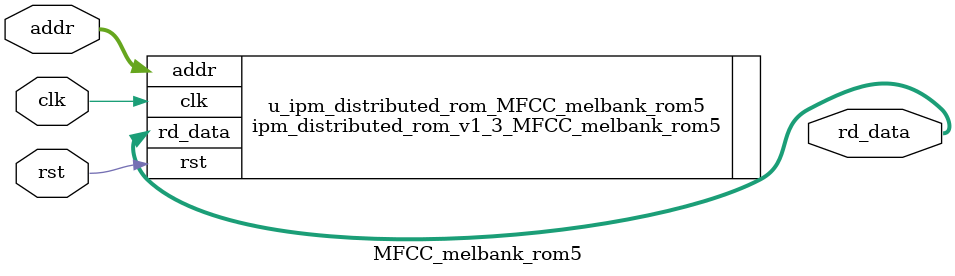
<source format=v>


`timescale 1 ns / 1 ps
module MFCC_melbank_rom5
    (
     addr        ,
     rst         ,
     clk         ,
     rd_data
    );

    localparam ADDR_WIDTH = 9 ; //@IPC int 4,10

    localparam DATA_WIDTH = 8 ; //@IPC int 1,256

    localparam RST_TYPE = "ASYNC" ; //@IPC enum ASYNC,SYNC

    localparam OUT_REG = 0 ; //@IPC bool

    localparam INIT_ENABLE = 1 ; //@IPC bool

    localparam INIT_FILE = "D:/PDS_FPGA/Audio_test/ipcore/MFCC_melbank_rom5/rtl/output4_MFCC_melbank_rom5.dat" ; //@IPC string

    localparam FILE_FORMAT = "BIN" ; //@IPC enum BIN,HEX


     output   wire  [DATA_WIDTH-1:0]       rd_data ;
     input    wire  [ADDR_WIDTH-1:0]       addr    ;
     input                                 clk     ;
     input                                 rst     ;

ipm_distributed_rom_v1_3_MFCC_melbank_rom5
   #(
     .ADDR_WIDTH    (ADDR_WIDTH     ), //address width   range:4-10
     .DATA_WIDTH    (DATA_WIDTH     ), //data width      range:4-256
     .RST_TYPE      (RST_TYPE       ), //reset type   "ASYNC_RESET" "SYNC_RESET"
     .OUT_REG       (OUT_REG        ), //output options :non_register(0)  register(1)
     .INIT_FILE     (INIT_FILE      ), //legal value:"NONE" or "initial file name"
     .FILE_FORMAT   (FILE_FORMAT    )  //initial data format : "bin" or "hex"
    )u_ipm_distributed_rom_MFCC_melbank_rom5
    (
     .rd_data       (rd_data        ),
     .addr          (addr           ),
     .clk           (clk            ),
     .rst           (rst            )

    );
endmodule

</source>
